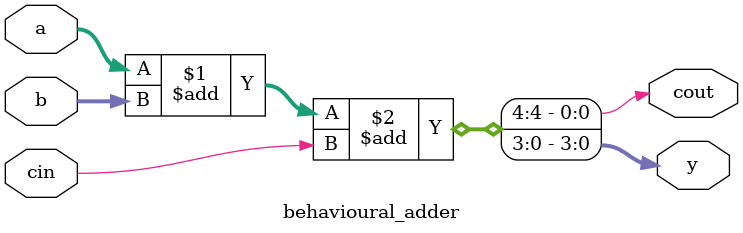
<source format=sv>
module behavioural_adder
	#(parameter n=2)
	(
	input logic [2**n-1:0] a,b,
	input logic cin,
	output logic [2**n-1:0] y,
	output logic cout
	);

	assign {cout,y} = a + b + cin;
	
endmodule
	
</source>
